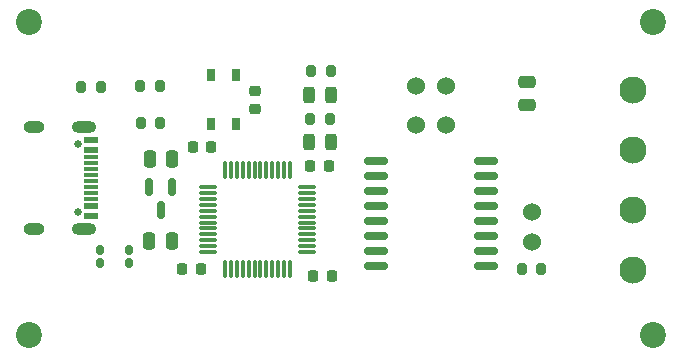
<source format=gbr>
%TF.GenerationSoftware,KiCad,Pcbnew,7.0.0-da2b9df05c~171~ubuntu22.04.1*%
%TF.CreationDate,2023-03-05T16:33:25-08:00*%
%TF.ProjectId,UsbCanAdapter,55736243-616e-4416-9461-707465722e6b,rev?*%
%TF.SameCoordinates,Original*%
%TF.FileFunction,Soldermask,Top*%
%TF.FilePolarity,Negative*%
%FSLAX46Y46*%
G04 Gerber Fmt 4.6, Leading zero omitted, Abs format (unit mm)*
G04 Created by KiCad (PCBNEW 7.0.0-da2b9df05c~171~ubuntu22.04.1) date 2023-03-05 16:33:25*
%MOMM*%
%LPD*%
G01*
G04 APERTURE LIST*
G04 Aperture macros list*
%AMRoundRect*
0 Rectangle with rounded corners*
0 $1 Rounding radius*
0 $2 $3 $4 $5 $6 $7 $8 $9 X,Y pos of 4 corners*
0 Add a 4 corners polygon primitive as box body*
4,1,4,$2,$3,$4,$5,$6,$7,$8,$9,$2,$3,0*
0 Add four circle primitives for the rounded corners*
1,1,$1+$1,$2,$3*
1,1,$1+$1,$4,$5*
1,1,$1+$1,$6,$7*
1,1,$1+$1,$8,$9*
0 Add four rect primitives between the rounded corners*
20,1,$1+$1,$2,$3,$4,$5,0*
20,1,$1+$1,$4,$5,$6,$7,0*
20,1,$1+$1,$6,$7,$8,$9,0*
20,1,$1+$1,$8,$9,$2,$3,0*%
G04 Aperture macros list end*
%ADD10C,2.200000*%
%ADD11RoundRect,0.200000X-0.200000X-0.275000X0.200000X-0.275000X0.200000X0.275000X-0.200000X0.275000X0*%
%ADD12RoundRect,0.160000X-0.160000X0.222500X-0.160000X-0.222500X0.160000X-0.222500X0.160000X0.222500X0*%
%ADD13C,1.524000*%
%ADD14RoundRect,0.150000X-0.150000X0.587500X-0.150000X-0.587500X0.150000X-0.587500X0.150000X0.587500X0*%
%ADD15RoundRect,0.150000X-0.875000X-0.150000X0.875000X-0.150000X0.875000X0.150000X-0.875000X0.150000X0*%
%ADD16RoundRect,0.075000X-0.075000X0.662500X-0.075000X-0.662500X0.075000X-0.662500X0.075000X0.662500X0*%
%ADD17RoundRect,0.075000X-0.662500X0.075000X-0.662500X-0.075000X0.662500X-0.075000X0.662500X0.075000X0*%
%ADD18R,0.650000X1.050000*%
%ADD19RoundRect,0.200000X0.200000X0.275000X-0.200000X0.275000X-0.200000X-0.275000X0.200000X-0.275000X0*%
%ADD20O,2.100000X1.000000*%
%ADD21O,1.800000X1.000000*%
%ADD22R,1.150000X0.600000*%
%ADD23R,1.150000X0.300000*%
%ADD24C,0.650000*%
%ADD25C,2.300000*%
%ADD26RoundRect,0.243750X-0.243750X-0.456250X0.243750X-0.456250X0.243750X0.456250X-0.243750X0.456250X0*%
%ADD27RoundRect,0.250000X-0.250000X-0.475000X0.250000X-0.475000X0.250000X0.475000X-0.250000X0.475000X0*%
%ADD28RoundRect,0.250000X0.475000X-0.250000X0.475000X0.250000X-0.475000X0.250000X-0.475000X-0.250000X0*%
%ADD29RoundRect,0.225000X-0.225000X-0.250000X0.225000X-0.250000X0.225000X0.250000X-0.225000X0.250000X0*%
%ADD30RoundRect,0.225000X0.225000X0.250000X-0.225000X0.250000X-0.225000X-0.250000X0.225000X-0.250000X0*%
%ADD31RoundRect,0.225000X0.250000X-0.225000X0.250000X0.225000X-0.250000X0.225000X-0.250000X-0.225000X0*%
G04 APERTURE END LIST*
D10*
%TO.C,H4*%
X162600000Y-62500000D03*
%TD*%
%TO.C,H3*%
X162600000Y-89000000D03*
%TD*%
%TO.C,H2*%
X215400000Y-89000000D03*
%TD*%
%TO.C,H1*%
X215400000Y-62500000D03*
%TD*%
D11*
%TO.C,RV1*%
X167000000Y-68040000D03*
X168650000Y-68040000D03*
%TD*%
D12*
%TO.C,D4*%
X168600000Y-81827500D03*
X168600000Y-82972500D03*
%TD*%
%TO.C,D3*%
X171007500Y-81837500D03*
X171007500Y-82982500D03*
%TD*%
D13*
%TO.C,JP3*%
X205130000Y-78660000D03*
X205130000Y-81200000D03*
%TD*%
%TO.C,JP2*%
X195340000Y-68000000D03*
X197880000Y-68000000D03*
%TD*%
%TO.C,JP1*%
X195330000Y-71240000D03*
X197870000Y-71240000D03*
%TD*%
D14*
%TO.C,U3*%
X174680000Y-76542500D03*
X172780000Y-76542500D03*
X173730000Y-78417500D03*
%TD*%
D15*
%TO.C,U2*%
X191940000Y-74305000D03*
X191940000Y-75575000D03*
X191940000Y-76845000D03*
X191940000Y-78115000D03*
X191940000Y-79385000D03*
X191940000Y-80655000D03*
X191940000Y-81925000D03*
X191940000Y-83195000D03*
X201240000Y-83195000D03*
X201240000Y-81925000D03*
X201240000Y-80655000D03*
X201240000Y-79385000D03*
X201240000Y-78115000D03*
X201240000Y-76845000D03*
X201240000Y-75575000D03*
X201240000Y-74305000D03*
%TD*%
D16*
%TO.C,U1*%
X184680000Y-75103750D03*
X184180000Y-75103750D03*
X183680000Y-75103750D03*
X183180000Y-75103750D03*
X182680000Y-75103750D03*
X182180000Y-75103750D03*
X181680000Y-75103750D03*
X181180000Y-75103750D03*
X180680000Y-75103750D03*
X180180000Y-75103750D03*
X179680000Y-75103750D03*
X179180000Y-75103750D03*
D17*
X177767500Y-76516250D03*
X177767500Y-77016250D03*
X177767500Y-77516250D03*
X177767500Y-78016250D03*
X177767500Y-78516250D03*
X177767500Y-79016250D03*
X177767500Y-79516250D03*
X177767500Y-80016250D03*
X177767500Y-80516250D03*
X177767500Y-81016250D03*
X177767500Y-81516250D03*
X177767500Y-82016250D03*
D16*
X179180000Y-83428750D03*
X179680000Y-83428750D03*
X180180000Y-83428750D03*
X180680000Y-83428750D03*
X181180000Y-83428750D03*
X181680000Y-83428750D03*
X182180000Y-83428750D03*
X182680000Y-83428750D03*
X183180000Y-83428750D03*
X183680000Y-83428750D03*
X184180000Y-83428750D03*
X184680000Y-83428750D03*
D17*
X186092500Y-82016250D03*
X186092500Y-81516250D03*
X186092500Y-81016250D03*
X186092500Y-80516250D03*
X186092500Y-80016250D03*
X186092500Y-79516250D03*
X186092500Y-79016250D03*
X186092500Y-78516250D03*
X186092500Y-78016250D03*
X186092500Y-77516250D03*
X186092500Y-77016250D03*
X186092500Y-76516250D03*
%TD*%
D18*
%TO.C,SW1*%
X180104999Y-67054999D03*
X180104999Y-71204999D03*
X177954999Y-71204999D03*
X177954999Y-67054999D03*
%TD*%
D19*
%TO.C,R5*%
X188060000Y-70760000D03*
X186410000Y-70760000D03*
%TD*%
%TO.C,R4*%
X186475000Y-66730000D03*
X188125000Y-66730000D03*
%TD*%
D11*
%TO.C,R3*%
X204305000Y-83410000D03*
X205955000Y-83410000D03*
%TD*%
%TO.C,R2*%
X171995000Y-67980000D03*
X173645000Y-67980000D03*
%TD*%
%TO.C,R1*%
X172055000Y-71050000D03*
X173705000Y-71050000D03*
%TD*%
D20*
%TO.C,J2*%
X167214999Y-71439999D03*
D21*
X163034999Y-80079999D03*
D20*
X167214999Y-80079999D03*
D21*
X163034999Y-71439999D03*
D22*
X167789999Y-72559999D03*
X167789999Y-73359999D03*
D23*
X167789999Y-74009999D03*
X167789999Y-75009999D03*
X167789999Y-76509999D03*
X167789999Y-77509999D03*
D22*
X167789999Y-78159999D03*
X167789999Y-78959999D03*
X167789999Y-78959999D03*
X167789999Y-78159999D03*
D23*
X167789999Y-77009999D03*
X167789999Y-76009999D03*
X167789999Y-75509999D03*
X167789999Y-74509999D03*
D22*
X167789999Y-73359999D03*
X167789999Y-72559999D03*
D24*
X166715000Y-72870000D03*
X166715000Y-78650000D03*
%TD*%
D25*
%TO.C,J1*%
X213750000Y-68280000D03*
X213750000Y-73360000D03*
X213750000Y-78440000D03*
X213750000Y-83520000D03*
%TD*%
D26*
%TO.C,D2*%
X186287500Y-72660000D03*
X188162500Y-72660000D03*
%TD*%
%TO.C,D1*%
X186290000Y-68680000D03*
X188165000Y-68680000D03*
%TD*%
D27*
%TO.C,C8*%
X172770000Y-81050000D03*
X174670000Y-81050000D03*
%TD*%
D28*
%TO.C,C7*%
X204750000Y-69530000D03*
X204750000Y-67630000D03*
%TD*%
D27*
%TO.C,C6*%
X172800000Y-74120000D03*
X174700000Y-74120000D03*
%TD*%
D29*
%TO.C,C5*%
X186395000Y-74740000D03*
X187945000Y-74740000D03*
%TD*%
D30*
%TO.C,C4*%
X176425000Y-73090000D03*
X177975000Y-73090000D03*
%TD*%
%TO.C,C3*%
X177125000Y-83490000D03*
X175575000Y-83490000D03*
%TD*%
D29*
%TO.C,C2*%
X186655000Y-84010000D03*
X188205000Y-84010000D03*
%TD*%
D31*
%TO.C,C1*%
X181750000Y-69915000D03*
X181750000Y-68365000D03*
%TD*%
M02*

</source>
